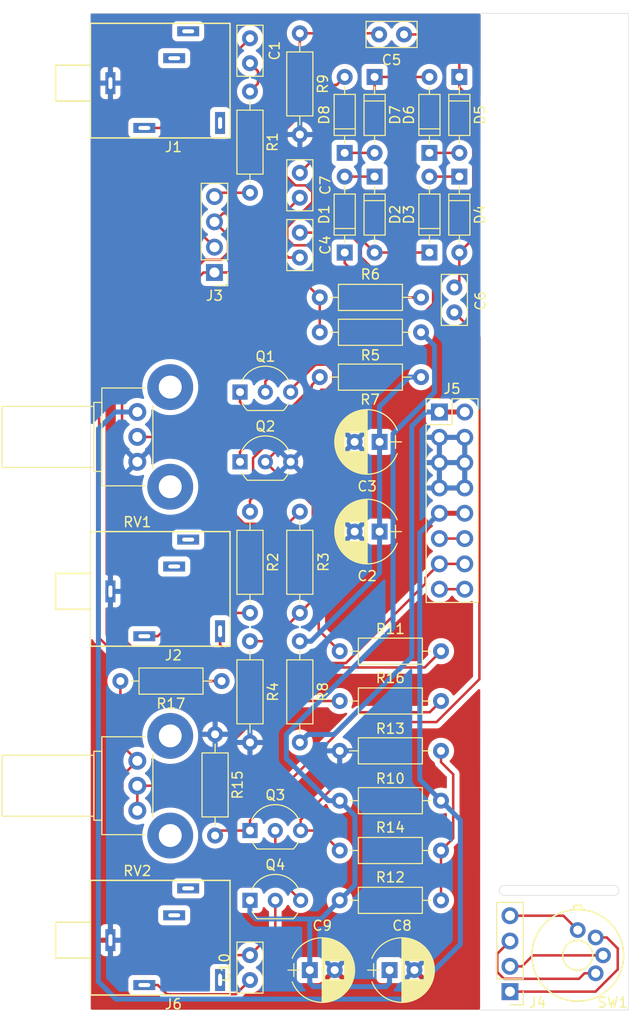
<source format=kicad_pcb>
(kicad_pcb (version 20241229) (generator "pcbnew") (generator_version "9.0")
  (layers (0 "F.Cu" signal) (2 "B.Cu" signal) (13 "F.Paste" user) (15 "B.Paste" user) (5 "F.SilkS" user "F.Silkscreen") (7 "B.SilkS" user "B.Silkscreen") (1 "F.Mask" user) (3 "B.Mask" user) (25 "Edge.Cuts" user))
  (net 0 "")
  (net 1 "Net-(C1-Pad1)")
  (net 2 "Net-(C1-Pad2)")
  (net 3 "Net-(C2-Pad1)")
  (net 4 "GND")
  (net 5 "Net-(C4-Pad1)")
  (net 6 "Net-(C4-Pad2)")
  (net 7 "Net-(C5-Pad1)")
  (net 8 "Net-(C5-Pad2)")
  (net 9 "Net-(C6-Pad1)")
  (net 10 "Net-(C7-Pad1)")
  (net 11 "Net-(C8-Pad1)")
  (net 12 "Net-(C10-Pad2)")
  (net 13 "Net-(C10-Pad1)")
  (net 14 "Net-(D1-Pad2)")
  (net 15 "Net-(D1-Pad1)")
  (net 16 "Net-(D3-Pad2)")
  (net 17 "Net-(D5-Pad2)")
  (net 18 "Net-(D7-Pad2)")
  (net 19 "Net-(D8-Pad2)")
  (net 20 "Net-(J1-Pad2)")
  (net 21 "Net-(J2-Pad2)")
  (net 22 "Net-(J2-Pad3)")
  (net 23 "Net-(J3-Pad1)")
  (net 24 "Net-(J3-Pad4)")
  (net 25 "Net-(J4-Pad4)")
  (net 26 "Net-(J4-Pad3)")
  (net 27 "Net-(J4-Pad2)")
  (net 28 "Net-(J4-Pad1)")
  (net 29 "Net-(J5-Pad15)")
  (net 30 "Net-(J5-Pad11)")
  (net 31 "Net-(J5-Pad10)")
  (net 32 "Net-(J5-Pad1)")
  (net 33 "Net-(J6-Pad2)")
  (net 34 "Net-(Q1-Pad1)")
  (net 35 "Net-(Q3-Pad2)")
  (net 36 "Net-(R3-Pad2)")
  (net 37 "Net-(R12-Pad2)")
  (net 38 "Net-(R16-Pad1)")
  (net 39 "Net-(Q1-Pad3)")
  (net 40 "Net-(Q3-Pad1)")
  (footprint "Custom_Library:Mono_Jack_3.5mm_Switch_Switchcraft_35RAPC2AH3" (layer "F.Cu") (at 0 7)
    (property "Reference" "J1" (at 8.3185 6.4135 0) (layer "F.SilkS"))
    (property "Value" "AudioJack1_Switch")
    (pad "1" thru_hole rect (at 2 0) (size 1 2.2) (drill oval 0.4 1.2) (layers "*.Cu" "*.Mask") (net 4 "GND"))
    (pad "2" thru_hole rect (at 13 4) (size 1 2.2) (drill oval 0.4 1.2) (layers "*.Cu" "*.Mask") (net 20 "Net-(J1-Pad2)"))
    (pad "3" thru_hole rect (at 5.4 4.5) (size 2.2 1) (drill oval 1.2 0.4) (layers "*.Cu" "*.Mask") (net 2 "Net-(C1-Pad2)"))
    (pad "~" thru_hole rect (at 8.4 -2.5) (size 2.2 1) (drill oval 1.2 0.4) (layers "*.Cu" "*.Mask"))
    (pad "~" thru_hole rect (at 9.8 -5.2) (size 2.2 1) (drill oval 1.2 0.4) (layers "*.Cu" "*.Mask"))
  )
  (footprint "Custom_Library:Mono_Jack_3.5mm_Switch_Switchcraft_35RAPC2AH3" (layer "F.Cu") (at 0 58)
    (property "Reference" "J2" (at 8.3185 6.4135 0) (layer "F.SilkS"))
    (property "Value" "AudioJack1_Switch")
    (pad "1" thru_hole rect (at 2 0) (size 1 2.2) (drill oval 0.4 1.2) (layers "*.Cu" "*.Mask") (net 4 "GND"))
    (pad "2" thru_hole rect (at 13 4) (size 1 2.2) (drill oval 0.4 1.2) (layers "*.Cu" "*.Mask") (net 21 "Net-(J2-Pad2)"))
    (pad "3" thru_hole rect (at 5.4 4.5) (size 2.2 1) (drill oval 1.2 0.4) (layers "*.Cu" "*.Mask") (net 22 "Net-(J2-Pad3)"))
    (pad "~" thru_hole rect (at 8.4 -2.5) (size 2.2 1) (drill oval 1.2 0.4) (layers "*.Cu" "*.Mask"))
    (pad "~" thru_hole rect (at 9.8 -5.2) (size 2.2 1) (drill oval 1.2 0.4) (layers "*.Cu" "*.Mask"))
  )
  (footprint "Pin_Headers:Pin_Header_Straight_1x04_Pitch2.54mm" (layer "F.Cu") (at 12.44 26 180)
    (property "Reference" "J3" (at 0 -2.33 0) (layer "F.SilkS"))
    (property "Value" "Conn_01x04")
    (pad "1" thru_hole rect (at 0 0 180) (size 1.7 1.7) (drill 1) (layers "*.Cu" "*.Mask") (net 23 "Net-(J3-Pad1)"))
    (pad "2" thru_hole oval (at 0 2.54 180) (size 1.7 1.7) (drill 1) (layers "*.Cu" "*.Mask") (net 8 "Net-(C5-Pad2)"))
    (pad "3" thru_hole oval (at 0 5.08 180) (size 1.7 1.7) (drill 1) (layers "*.Cu" "*.Mask") (net 6 "Net-(C4-Pad2)"))
    (pad "4" thru_hole oval (at 0 7.62 180) (size 1.7 1.7) (drill 1) (layers "*.Cu" "*.Mask") (net 24 "Net-(J3-Pad4)"))
  )
  (footprint "Pin_Headers:Pin_Header_Straight_1x04_Pitch2.54mm" (layer "F.Cu") (at 42.08018 98.16338 180)
    (property "Reference" "J4" (at -2.77114 -1.09982 0) (layer "F.SilkS"))
    (property "Value" "Conn_01x04")
    (pad "1" thru_hole rect (at 0 0 180) (size 1.7 1.7) (drill 1) (layers "*.Cu" "*.Mask") (net 28 "Net-(J4-Pad1)"))
    (pad "2" thru_hole oval (at 0 2.54 180) (size 1.7 1.7) (drill 1) (layers "*.Cu" "*.Mask") (net 27 "Net-(J4-Pad2)"))
    (pad "3" thru_hole oval (at 0 5.08 180) (size 1.7 1.7) (drill 1) (layers "*.Cu" "*.Mask") (net 26 "Net-(J4-Pad3)"))
    (pad "4" thru_hole oval (at 0 7.62 180) (size 1.7 1.7) (drill 1) (layers "*.Cu" "*.Mask") (net 25 "Net-(J4-Pad4)"))
  )
  (footprint "Pin_Headers:Pin_Header_Straight_2x08_Pitch2.54mm" (layer "F.Cu") (at 35 40)
    (property "Reference" "J5" (at 1.27 -2.33 0) (layer "F.SilkS"))
    (property "Value" "Conn_02x08_Odd_Even")
    (pad "1" thru_hole rect (at 0 0) (size 1.7 1.7) (drill 1) (layers "*.Cu" "*.Mask") (net 32 "Net-(J5-Pad1)"))
    (pad "2" thru_hole oval (at 2.54 0) (size 1.7 1.7) (drill 1) (layers "*.Cu" "*.Mask") (net 32 "Net-(J5-Pad1)"))
    (pad "3" thru_hole oval (at 0 2.54) (size 1.7 1.7) (drill 1) (layers "*.Cu" "*.Mask") (net 4 "GND"))
    (pad "4" thru_hole oval (at 2.54 2.54) (size 1.7 1.7) (drill 1) (layers "*.Cu" "*.Mask") (net 4 "GND"))
    (pad "5" thru_hole oval (at 0 5.08) (size 1.7 1.7) (drill 1) (layers "*.Cu" "*.Mask") (net 4 "GND"))
    (pad "6" thru_hole oval (at 2.54 5.08) (size 1.7 1.7) (drill 1) (layers "*.Cu" "*.Mask") (net 4 "GND"))
    (pad "7" thru_hole oval (at 0 7.62) (size 1.7 1.7) (drill 1) (layers "*.Cu" "*.Mask") (net 4 "GND"))
    (pad "8" thru_hole oval (at 2.54 7.62) (size 1.7 1.7) (drill 1) (layers "*.Cu" "*.Mask") (net 4 "GND"))
    (pad "9" thru_hole oval (at 0 10.16) (size 1.7 1.7) (drill 1) (layers "*.Cu" "*.Mask") (net 31 "Net-(J5-Pad10)"))
    (pad "10" thru_hole oval (at 2.54 10.16) (size 1.7 1.7) (drill 1) (layers "*.Cu" "*.Mask") (net 31 "Net-(J5-Pad10)"))
    (pad "11" thru_hole oval (at 0 12.7) (size 1.7 1.7) (drill 1) (layers "*.Cu" "*.Mask") (net 30 "Net-(J5-Pad11)"))
    (pad "12" thru_hole oval (at 2.54 12.7) (size 1.7 1.7) (drill 1) (layers "*.Cu" "*.Mask") (net 30 "Net-(J5-Pad11)"))
    (pad "13" thru_hole oval (at 0 15.24) (size 1.7 1.7) (drill 1) (layers "*.Cu" "*.Mask") (net 21 "Net-(J2-Pad2)"))
    (pad "14" thru_hole oval (at 2.54 15.24) (size 1.7 1.7) (drill 1) (layers "*.Cu" "*.Mask") (net 21 "Net-(J2-Pad2)"))
    (pad "15" thru_hole oval (at 0 17.78) (size 1.7 1.7) (drill 1) (layers "*.Cu" "*.Mask") (net 29 "Net-(J5-Pad15)"))
    (pad "16" thru_hole oval (at 2.54 17.78) (size 1.7 1.7) (drill 1) (layers "*.Cu" "*.Mask") (net 29 "Net-(J5-Pad15)"))
  )
  (footprint "Custom_Library:Mono_Jack_3.5mm_Switch_Switchcraft_35RAPC2AH3" (layer "F.Cu") (at 0 93)
    (property "Reference" "J6" (at 8.3185 6.4135 0) (layer "F.SilkS"))
    (property "Value" "AudioJack1_Switch")
    (pad "1" thru_hole rect (at 2 0) (size 1 2.2) (drill oval 0.4 1.2) (layers "*.Cu" "*.Mask") (net 4 "GND"))
    (pad "2" thru_hole rect (at 13 4) (size 1 2.2) (drill oval 0.4 1.2) (layers "*.Cu" "*.Mask") (net 33 "Net-(J6-Pad2)"))
    (pad "3" thru_hole rect (at 5.4 4.5) (size 2.2 1) (drill oval 1.2 0.4) (layers "*.Cu" "*.Mask") (net 13 "Net-(C10-Pad1)"))
    (pad "~" thru_hole rect (at 8.4 -2.5) (size 2.2 1) (drill oval 1.2 0.4) (layers "*.Cu" "*.Mask"))
    (pad "~" thru_hole rect (at 9.8 -5.2) (size 2.2 1) (drill oval 1.2 0.4) (layers "*.Cu" "*.Mask"))
  )
  (footprint "Potentiometers:Potentiometer_Bourns_PTV09A-2_Vertical" (layer "F.Cu") (at 4.7 40 180)
    (property "Reference" "RV1" (at 0 -11.05 0) (layer "F.SilkS"))
    (property "Value" "1K")
    (pad "0" thru_hole circle (at -3.3 -7.5 180) (size 4.6 4.6) (drill 2.3) (layers "*.Cu" "*.Mask"))
    (pad "0" thru_hole circle (at -3.3 2.5 180) (size 4.6 4.6) (drill 2.3) (layers "*.Cu" "*.Mask"))
    (pad "1" thru_hole circle (at 0 0 180) (size 1.8 1.8) (drill 1) (layers "*.Cu" "*.Mask") (net 31 "Net-(J5-Pad10)"))
    (pad "2" thru_hole circle (at 0 -2.5 180) (size 1.8 1.8) (drill 1) (layers "*.Cu" "*.Mask") (net 36 "Net-(R3-Pad2)"))
    (pad "3" thru_hole circle (at 0 -5 180) (size 1.8 1.8) (drill 1) (layers "*.Cu" "*.Mask") (net 4 "GND"))
  )
  (footprint "Potentiometers:Potentiometer_Bourns_PTV09A-2_Vertical" (layer "F.Cu") (at 4.7 75 180)
    (property "Reference" "RV2" (at 0 -11.05 0) (layer "F.SilkS"))
    (property "Value" "1K")
    (pad "0" thru_hole circle (at -3.3 -7.5 180) (size 4.6 4.6) (drill 2.3) (layers "*.Cu" "*.Mask"))
    (pad "0" thru_hole circle (at -3.3 2.5 180) (size 4.6 4.6) (drill 2.3) (layers "*.Cu" "*.Mask"))
    (pad "1" thru_hole circle (at 0 0 180) (size 1.8 1.8) (drill 1) (layers "*.Cu" "*.Mask") (net 12 "Net-(C10-Pad2)"))
    (pad "2" thru_hole circle (at 0 -2.5 180) (size 1.8 1.8) (drill 1) (layers "*.Cu" "*.Mask") (net 38 "Net-(R16-Pad1)"))
    (pad "3" thru_hole circle (at 0 -5 180) (size 1.8 1.8) (drill 1) (layers "*.Cu" "*.Mask") (net 38 "Net-(R16-Pad1)"))
  )
  (footprint "Custom_Library:MR-13-A4" (layer "F.Cu") (at 48.87722 94.52356)
    (property "Reference" "SW1" (at 3.5052 4.72948 0) (layer "F.SilkS"))
    (property "Value" "MR-13-A4")
    (pad "1" thru_hole circle (at 1.7961 -1.7961) (size 1.58 1.58) (drill 0.9) (layers "*.Cu" "*.Mask") (net 28 "Net-(J4-Pad1)"))
    (pad "2" thru_hole circle (at 2.54 0) (size 1.58 1.58) (drill 0.9) (layers "*.Cu" "*.Mask") (net 27 "Net-(J4-Pad2)"))
    (pad "3" thru_hole circle (at 1.7961 1.7961) (size 1.58 1.58) (drill 0.9) (layers "*.Cu" "*.Mask") (net 26 "Net-(J4-Pad3)"))
    (pad "C" thru_hole circle (at 0 -2.54) (size 1.58 1.58) (drill 0.9) (layers "*.Cu" "*.Mask") (net 25 "Net-(J4-Pad4)"))
  )
  (footprint "Capacitors_THT:CP_Radial_D6.3mm_P2.50mm" (layer "F.Cu") (at 29 52 180)
    (property "Reference" "C2" (at 1.25 -4.46 0) (layer "F.SilkS"))
    (property "Value" "100uF")
    (pad "1" thru_hole rect (at 0 0 180) (size 1.6 1.6) (drill 0.8) (layers "*.Cu" "*.Mask") (net 3 "Net-(C2-Pad1)"))
    (pad "2" thru_hole circle (at 2.5 0 180) (size 1.6 1.6) (drill 0.8) (layers "*.Cu" "*.Mask") (net 4 "GND"))
  )
  (footprint "Capacitors_THT:C_Disc_D5.0mm_W2.5mm_P2.50mm" (layer "F.Cu") (at 31.45282 2.11582 180)
    (property "Reference" "C5" (at 1.25 -2.56 0) (layer "F.SilkS"))
    (property "Value" "0.47uF")
    (pad "1" thru_hole circle (at 0 0 180) (size 1.6 1.6) (drill 0.8) (layers "*.Cu" "*.Mask") (net 7 "Net-(C5-Pad1)"))
    (pad "2" thru_hole circle (at 2.5 0 180) (size 1.6 1.6) (drill 0.8) (layers "*.Cu" "*.Mask") (net 8 "Net-(C5-Pad2)"))
  )
  (footprint "Capacitors_THT:C_Disc_D5.0mm_W2.5mm_P2.50mm" (layer "F.Cu") (at 36.5 30 90)
    (property "Reference" "C6" (at 1.15316 2.61112 90) (layer "F.SilkS"))
    (property "Value" "0.1uF")
    (pad "1" thru_hole circle (at 0 0 90) (size 1.6 1.6) (drill 0.8) (layers "*.Cu" "*.Mask") (net 9 "Net-(C6-Pad1)"))
    (pad "2" thru_hole circle (at 2.5 0 90) (size 1.6 1.6) (drill 0.8) (layers "*.Cu" "*.Mask") (net 7 "Net-(C5-Pad1)"))
  )
  (footprint "Capacitors_THT:C_Disc_D5.0mm_W2.5mm_P2.50mm" (layer "F.Cu") (at 21 16 -90)
    (property "Reference" "C7" (at 1.25 -2.56 90) (layer "F.SilkS"))
    (property "Value" "0.47uF")
    (pad "1" thru_hole circle (at 0 0 270) (size 1.6 1.6) (drill 0.8) (layers "*.Cu" "*.Mask") (net 10 "Net-(C7-Pad1)"))
    (pad "2" thru_hole circle (at 2.5 0 270) (size 1.6 1.6) (drill 0.8) (layers "*.Cu" "*.Mask") (net 6 "Net-(C4-Pad2)"))
  )
  (footprint "Capacitors_THT:CP_Radial_D6.3mm_P2.50mm" (layer "F.Cu") (at 30 96)
    (property "Reference" "C8" (at 1.25 -4.46 0) (layer "F.SilkS"))
    (property "Value" "100uF")
    (pad "1" thru_hole rect (at 0 0) (size 1.6 1.6) (drill 0.8) (layers "*.Cu" "*.Mask") (net 11 "Net-(C8-Pad1)"))
    (pad "2" thru_hole circle (at 2.5 0) (size 1.6 1.6) (drill 0.8) (layers "*.Cu" "*.Mask") (net 4 "GND"))
  )
  (footprint "Capacitors_THT:CP_Radial_D6.3mm_P2.50mm" (layer "F.Cu") (at 22 96)
    (property "Reference" "C9" (at 1.25 -4.46 0) (layer "F.SilkS"))
    (property "Value" "100uF")
    (pad "1" thru_hole rect (at 0 0) (size 1.6 1.6) (drill 0.8) (layers "*.Cu" "*.Mask") (net 11 "Net-(C8-Pad1)"))
    (pad "2" thru_hole circle (at 2.5 0) (size 1.6 1.6) (drill 0.8) (layers "*.Cu" "*.Mask") (net 4 "GND"))
  )
  (footprint "Capacitors_THT:C_Disc_D5.0mm_W2.5mm_P2.50mm" (layer "F.Cu") (at 16 97 90)
    (property "Reference" "C10" (at 1.25 -2.56 90) (layer "F.SilkS"))
    (property "Value" "10uF")
    (pad "1" thru_hole circle (at 0 0 90) (size 1.6 1.6) (drill 0.8) (layers "*.Cu" "*.Mask") (net 13 "Net-(C10-Pad1)"))
    (pad "2" thru_hole circle (at 2.5 0 90) (size 1.6 1.6) (drill 0.8) (layers "*.Cu" "*.Mask") (net 12 "Net-(C10-Pad2)"))
  )
  (footprint "Diodes_THT:D_DO-35_SOD27_P7.62mm_Horizontal" (layer "F.Cu") (at 28.5 16.38 -90)
    (property "Reference" "D2" (at 3.81 -2.06 90) (layer "F.SilkS"))
    (property "Value" "1N4148W")
    (pad "1" thru_hole rect (at 0 0 270) (size 1.6 1.6) (drill 0.8) (layers "*.Cu" "*.Mask") (net 14 "Net-(D1-Pad2)"))
    (pad "2" thru_hole oval (at 7.62 0 270) (size 1.6 1.6) (drill 0.8) (layers "*.Cu" "*.Mask") (net 5 "Net-(C4-Pad1)"))
  )
  (footprint "Diodes_THT:D_DO-35_SOD27_P7.62mm_Horizontal" (layer "F.Cu") (at 37 16.38 -90)
    (property "Reference" "D4" (at 3.81 -2.06 90) (layer "F.SilkS"))
    (property "Value" "1N4148W")
    (pad "1" thru_hole rect (at 0 0 270) (size 1.6 1.6) (drill 0.8) (layers "*.Cu" "*.Mask") (net 16 "Net-(D3-Pad2)"))
    (pad "2" thru_hole oval (at 7.62 0 270) (size 1.6 1.6) (drill 0.8) (layers "*.Cu" "*.Mask") (net 7 "Net-(C5-Pad1)"))
  )
  (footprint "Diodes_THT:D_DO-35_SOD27_P7.62mm_Horizontal" (layer "F.Cu") (at 37 6.38 -90)
    (property "Reference" "D5" (at 3.81 -2.06 90) (layer "F.SilkS"))
    (property "Value" "1N4148W")
    (pad "1" thru_hole rect (at 0 0 270) (size 1.6 1.6) (drill 0.8) (layers "*.Cu" "*.Mask") (net 7 "Net-(C5-Pad1)"))
    (pad "2" thru_hole oval (at 7.62 0 270) (size 1.6 1.6) (drill 0.8) (layers "*.Cu" "*.Mask") (net 17 "Net-(D5-Pad2)"))
  )
  (footprint "Diodes_THT:D_DO-35_SOD27_P7.62mm_Horizontal" (layer "F.Cu") (at 34 14 90)
    (property "Reference" "D6" (at 3.81 -2.06 90) (layer "F.SilkS"))
    (property "Value" "1N4148W")
    (pad "1" thru_hole rect (at 0 0 90) (size 1.6 1.6) (drill 0.8) (layers "*.Cu" "*.Mask") (net 17 "Net-(D5-Pad2)"))
    (pad "2" thru_hole oval (at 7.62 0 90) (size 1.6 1.6) (drill 0.8) (layers "*.Cu" "*.Mask") (net 10 "Net-(C7-Pad1)"))
  )
  (footprint "Diodes_THT:D_DO-35_SOD27_P7.62mm_Horizontal" (layer "F.Cu") (at 28.5 6.38 -90)
    (property "Reference" "D7" (at 3.81 -2.06 90) (layer "F.SilkS"))
    (property "Value" "1N4148W")
    (pad "1" thru_hole rect (at 0 0 270) (size 1.6 1.6) (drill 0.8) (layers "*.Cu" "*.Mask") (net 10 "Net-(C7-Pad1)"))
    (pad "2" thru_hole oval (at 7.62 0 270) (size 1.6 1.6) (drill 0.8) (layers "*.Cu" "*.Mask") (net 18 "Net-(D7-Pad2)"))
  )
  (footprint "TO_SOT_Packages_THT:TO-92_Inline_Wide" (layer "F.Cu") (at 15 38)
    (property "Reference" "Q1" (at 2.54 -3.56 180) (layer "F.SilkS"))
    (property "Value" "2N5172")
    (pad "1" thru_hole rect (at 0 0 90) (size 1.52 1.52) (drill 0.8) (layers "*.Cu" "*.Mask") (net 34 "Net-(Q1-Pad1)"))
    (pad "2" thru_hole circle (at 2.54 0 90) (size 1.52 1.52) (drill 0.8) (layers "*.Cu" "*.Mask") (net 15 "Net-(D1-Pad1)"))
    (pad "3" thru_hole circle (at 5.08 0 90) (size 1.52 1.52) (drill 0.8) (layers "*.Cu" "*.Mask") (net 39 "Net-(Q1-Pad3)"))
  )
  (footprint "TO_SOT_Packages_THT:TO-92_Inline_Wide" (layer "F.Cu") (at 15 45)
    (property "Reference" "Q2" (at 2.54 -3.56 180) (layer "F.SilkS"))
    (property "Value" "2N5172")
    (pad "1" thru_hole rect (at 0 0 90) (size 1.52 1.52) (drill 0.8) (layers "*.Cu" "*.Mask") (net 34 "Net-(Q1-Pad1)"))
    (pad "2" thru_hole circle (at 2.54 0 90) (size 1.52 1.52) (drill 0.8) (layers "*.Cu" "*.Mask") (net 19 "Net-(D8-Pad2)"))
    (pad "3" thru_hole circle (at 5.08 0 90) (size 1.52 1.52) (drill 0.8) (layers "*.Cu" "*.Mask") (net 4 "GND"))
  )
  (footprint "TO_SOT_Packages_THT:TO-92_Inline_Wide" (layer "F.Cu") (at 16 82)
    (property "Reference" "Q3" (at 2.54 -3.56 180) (layer "F.SilkS"))
    (property "Value" "2N5172")
    (pad "1" thru_hole rect (at 0 0 90) (size 1.52 1.52) (drill 0.8) (layers "*.Cu" "*.Mask") (net 40 "Net-(Q3-Pad1)"))
    (pad "2" thru_hole circle (at 2.54 0 90) (size 1.52 1.52) (drill 0.8) (layers "*.Cu" "*.Mask") (net 35 "Net-(Q3-Pad2)"))
    (pad "3" thru_hole circle (at 5.08 0 90) (size 1.52 1.52) (drill 0.8) (layers "*.Cu" "*.Mask") (net 9 "Net-(C6-Pad1)"))
  )
  (footprint "TO_SOT_Packages_THT:TO-92_Inline_Wide" (layer "F.Cu") (at 16 89)
    (property "Reference" "Q4" (at 2.54 -3.56 180) (layer "F.SilkS"))
    (property "Value" "2N5172")
    (pad "1" thru_hole rect (at 0 0 90) (size 1.52 1.52) (drill 0.8) (layers "*.Cu" "*.Mask") (net 11 "Net-(C8-Pad1)"))
    (pad "2" thru_hole circle (at 2.54 0 90) (size 1.52 1.52) (drill 0.8) (layers "*.Cu" "*.Mask") (net 12 "Net-(C10-Pad2)"))
    (pad "3" thru_hole circle (at 5.08 0 90) (size 1.52 1.52) (drill 0.8) (layers "*.Cu" "*.Mask") (net 35 "Net-(Q3-Pad2)"))
  )
  (footprint "Resistors_THT:R_Axial_DIN0207_L6.3mm_D2.5mm_P10.16mm_Horizontal" (layer "F.Cu") (at 16 18 90)
    (property "Reference" "R1" (at 5.08508 2.26568 90) (layer "F.SilkS"))
    (property "Value" "47K")
    (pad "1" thru_hole circle (at 0 0 90) (size 1.6 1.6) (drill 0.8) (layers "*.Cu" "*.Mask") (net 24 "Net-(J3-Pad4)"))
    (pad "2" thru_hole oval (at 10.16 0 90) (size 1.6 1.6) (drill 0.8) (layers "*.Cu" "*.Mask") (net 1 "Net-(C1-Pad1)"))
  )
  (footprint "Resistors_THT:R_Axial_DIN0207_L6.3mm_D2.5mm_P10.16mm_Horizontal" (layer "F.Cu") (at 16 50 -90)
    (property "Reference" "R2" (at 5.08 -2.31 90) (layer "F.SilkS"))
    (property "Value" "47K")
    (pad "1" thru_hole circle (at 0 0 270) (size 1.6 1.6) (drill 0.8) (layers "*.Cu" "*.Mask") (net 39 "Net-(Q1-Pad3)"))
    (pad "2" thru_hole oval (at 10.16 0 270) (size 1.6 1.6) (drill 0.8) (layers "*.Cu" "*.Mask") (net 22 "Net-(J2-Pad3)"))
  )
  (footprint "Resistors_THT:R_Axial_DIN0207_L6.3mm_D2.5mm_P10.16mm_Horizontal" (layer "F.Cu") (at 21 60.16 90)
    (property "Reference" "R3" (at 5.10032 2.36982 90) (layer "F.SilkS"))
    (property "Value" "47K")
    (pad "1" thru_hole circle (at 0 0 90) (size 1.6 1.6) (drill 0.8) (layers "*.Cu" "*.Mask") (net 39 "Net-(Q1-Pad3)"))
    (pad "2" thru_hole oval (at 10.16 0 90) (size 1.6 1.6) (drill 0.8) (layers "*.Cu" "*.Mask") (net 36 "Net-(R3-Pad2)"))
  )
  (footprint "Resistors_THT:R_Axial_DIN0207_L6.3mm_D2.5mm_P10.16mm_Horizontal" (layer "F.Cu") (at 16 63 -90)
    (property "Reference" "R4" (at 5.08 -2.31 90) (layer "F.SilkS"))
    (property "Value" "1K")
    (pad "1" thru_hole circle (at 0 0 270) (size 1.6 1.6) (drill 0.8) (layers "*.Cu" "*.Mask") (net 39 "Net-(Q1-Pad3)"))
    (pad "2" thru_hole oval (at 10.16 0 270) (size 1.6 1.6) (drill 0.8) (layers "*.Cu" "*.Mask") (net 4 "GND"))
  )
  (footprint "Resistors_THT:R_Axial_DIN0207_L6.3mm_D2.5mm_P10.16mm_Horizontal" (layer "F.Cu") (at 33.16 32 180)
    (property "Reference" "R5" (at 5.08 -2.31 0) (layer "F.SilkS"))
    (property "Value" "1K")
    (pad "1" thru_hole circle (at 0 0 180) (size 1.6 1.6) (drill 0.8) (layers "*.Cu" "*.Mask") (net 11 "Net-(C8-Pad1)"))
    (pad "2" thru_hole oval (at 10.16 0 180) (size 1.6 1.6) (drill 0.8) (layers "*.Cu" "*.Mask") (net 23 "Net-(J3-Pad1)"))
  )
  (footprint "Resistors_THT:R_Axial_DIN0207_L6.3mm_D2.5mm_P10.16mm_Horizontal" (layer "F.Cu") (at 23 28.5)
    (property "Reference" "R6" (at 5.08 -2.31 0) (layer "F.SilkS"))
    (property "Value" "2K")
    (pad "1" thru_hole circle (at 0 0) (size 1.6 1.6) (drill 0.8) (layers "*.Cu" "*.Mask") (net 23 "Net-(J3-Pad1)"))
    (pad "2" thru_hole oval (at 10.16 0) (size 1.6 1.6) (drill 0.8) (layers "*.Cu" "*.Mask") (net 15 "Net-(D1-Pad1)"))
  )
  (footprint "Resistors_THT:R_Axial_DIN0207_L6.3mm_D2.5mm_P10.16mm_Horizontal" (layer "F.Cu") (at 23 36.5)
    (property "Reference" "R7" (at 5.04698 2.2604 0) (layer "F.SilkS"))
    (property "Value" "5.6K")
    (pad "1" thru_hole circle (at 0 0) (size 1.6 1.6) (drill 0.8) (layers "*.Cu" "*.Mask") (net 34 "Net-(Q1-Pad1)"))
    (pad "2" thru_hole oval (at 10.16 0) (size 1.6 1.6) (drill 0.8) (layers "*.Cu" "*.Mask") (net 3 "Net-(C2-Pad1)"))
  )
  (footprint "Resistors_THT:R_Axial_DIN0207_L6.3mm_D2.5mm_P10.16mm_Horizontal" (layer "F.Cu") (at 21 73.16 90)
    (property "Reference" "R8" (at 5.08 2.3045 90) (layer "F.SilkS"))
    (property "Value" "82")
    (pad "1" thru_hole circle (at 0 0 90) (size 1.6 1.6) (drill 0.8) (layers "*.Cu" "*.Mask") (net 32 "Net-(J5-Pad1)"))
    (pad "2" thru_hole oval (at 10.16 0 90) (size 1.6 1.6) (drill 0.8) (layers "*.Cu" "*.Mask") (net 3 "Net-(C2-Pad1)"))
  )
  (footprint "Resistors_THT:R_Axial_DIN0207_L6.3mm_D2.5mm_P10.16mm_Horizontal" (layer "F.Cu") (at 21 2 -90)
    (property "Reference" "R9" (at 5.08 -2.31 90) (layer "F.SilkS"))
    (property "Value" "1K")
    (pad "1" thru_hole circle (at 0 0 270) (size 1.6 1.6) (drill 0.8) (layers "*.Cu" "*.Mask") (net 8 "Net-(C5-Pad2)"))
    (pad "2" thru_hole oval (at 10.16 0 270) (size 1.6 1.6) (drill 0.8) (layers "*.Cu" "*.Mask") (net 4 "GND"))
  )
  (footprint "Resistors_THT:R_Axial_DIN0207_L6.3mm_D2.5mm_P10.16mm_Horizontal" (layer "F.Cu") (at 35.16 79 180)
    (property "Reference" "R10" (at 5.08254 2.21488 0) (layer "F.SilkS"))
    (property "Value" "360")
    (pad "1" thru_hole circle (at 0 0 180) (size 1.6 1.6) (drill 0.8) (layers "*.Cu" "*.Mask") (net 31 "Net-(J5-Pad10)"))
    (pad "2" thru_hole oval (at 10.16 0 180) (size 1.6 1.6) (drill 0.8) (layers "*.Cu" "*.Mask") (net 11 "Net-(C8-Pad1)"))
  )
  (footprint "Resistors_THT:R_Axial_DIN0207_L6.3mm_D2.5mm_P10.16mm_Horizontal" (layer "F.Cu") (at 35.16 64 180)
    (property "Reference" "R11" (at 5.08 2.23012 0) (layer "F.SilkS"))
    (property "Value" "2K")
    (pad "1" thru_hole circle (at 0 0 180) (size 1.6 1.6) (drill 0.8) (layers "*.Cu" "*.Mask") (net 23 "Net-(J3-Pad1)"))
    (pad "2" thru_hole oval (at 10.16 0 180) (size 1.6 1.6) (drill 0.8) (layers "*.Cu" "*.Mask") (net 19 "Net-(D8-Pad2)"))
  )
  (footprint "Resistors_THT:R_Axial_DIN0207_L6.3mm_D2.5mm_P10.16mm_Horizontal" (layer "F.Cu") (at 25 89)
    (property "Reference" "R12" (at 5.08 -2.31 0) (layer "F.SilkS"))
    (property "Value" "82K")
    (pad "1" thru_hole circle (at 0 0) (size 1.6 1.6) (drill 0.8) (layers "*.Cu" "*.Mask") (net 11 "Net-(C8-Pad1)"))
    (pad "2" thru_hole oval (at 10.16 0) (size 1.6 1.6) (drill 0.8) (layers "*.Cu" "*.Mask") (net 37 "Net-(R12-Pad2)"))
  )
  (footprint "Resistors_THT:R_Axial_DIN0207_L6.3mm_D2.5mm_P10.16mm_Horizontal" (layer "F.Cu") (at 35.16 74 180)
    (property "Reference" "R13" (at 5.08 2.2225 0) (layer "F.SilkS"))
    (property "Value" "1K")
    (pad "1" thru_hole circle (at 0 0 180) (size 1.6 1.6) (drill 0.8) (layers "*.Cu" "*.Mask") (net 37 "Net-(R12-Pad2)"))
    (pad "2" thru_hole oval (at 10.16 0 180) (size 1.6 1.6) (drill 0.8) (layers "*.Cu" "*.Mask") (net 4 "GND"))
  )
  (footprint "Resistors_THT:R_Axial_DIN0207_L6.3mm_D2.5mm_P10.16mm_Horizontal" (layer "F.Cu") (at 25 84)
    (property "Reference" "R14" (at 5.08 -2.31 0) (layer "F.SilkS"))
    (property "Value" "3.3M")
    (pad "1" thru_hole circle (at 0 0) (size 1.6 1.6) (drill 0.8) (layers "*.Cu" "*.Mask") (net 9 "Net-(C6-Pad1)"))
    (pad "2" thru_hole oval (at 10.16 0) (size 1.6 1.6) (drill 0.8) (layers "*.Cu" "*.Mask") (net 37 "Net-(R12-Pad2)"))
  )
  (footprint "Resistors_THT:R_Axial_DIN0207_L6.3mm_D2.5mm_P10.16mm_Horizontal" (layer "F.Cu") (at 12.5 82.5 90)
    (property "Reference" "R15" (at 5.08508 2.25044 90) (layer "F.SilkS"))
    (property "Value" "2K")
    (pad "1" thru_hole circle (at 0 0 90) (size 1.6 1.6) (drill 0.8) (layers "*.Cu" "*.Mask") (net 40 "Net-(Q3-Pad1)"))
    (pad "2" thru_hole oval (at 10.16 0 90) (size 1.6 1.6) (drill 0.8) (layers "*.Cu" "*.Mask") (net 4 "GND"))
  )
  (footprint "Resistors_THT:R_Axial_DIN0207_L6.3mm_D2.5mm_P10.16mm_Horizontal" (layer "F.Cu") (at 25 69)
    (property "Reference" "R16" (at 5.08 -2.31 0) (layer "F.SilkS"))
    (property "Value" "1.8K")
    (pad "1" thru_hole circle (at 0 0) (size 1.6 1.6) (drill 0.8) (layers "*.Cu" "*.Mask") (net 38 "Net-(R16-Pad1)"))
    (pad "2" thru_hole oval (at 10.16 0) (size 1.6 1.6) (drill 0.8) (layers "*.Cu" "*.Mask") (net 40 "Net-(Q3-Pad1)"))
  )
  (footprint "Resistors_THT:R_Axial_DIN0207_L6.3mm_D2.5mm_P10.16mm_Horizontal" (layer "F.Cu") (at 3 67)
    (property "Reference" "R17" (at 5.06984 2.2606 0) (layer "F.SilkS"))
    (property "Value" "1K")
    (pad "1" thru_hole circle (at 0 0) (size 1.6 1.6) (drill 0.8) (layers "*.Cu" "*.Mask") (net 12 "Net-(C10-Pad2)"))
    (pad "2" thru_hole oval (at 10.16 0) (size 1.6 1.6) (drill 0.8) (layers "*.Cu" "*.Mask") (net 6 "Net-(C4-Pad2)"))
  )
  (footprint "Diodes_THT:D_DO-35_SOD27_P7.62mm_Horizontal" (layer "F.Cu") (at 25.5 14 90)
    (property "Reference" "D8" (at 3.81 -2.06 90) (layer "F.SilkS"))
    (property "Value" "1N4148W")
    (pad "1" thru_hole rect (at 0 0 90) (size 1.6 1.6) (drill 0.8) (layers "*.Cu" "*.Mask") (net 18 "Net-(D7-Pad2)"))
    (pad "2" thru_hole oval (at 7.62 0 90) (size 1.6 1.6) (drill 0.8) (layers "*.Cu" "*.Mask") (net 19 "Net-(D8-Pad2)"))
  )
  (footprint "Diodes_THT:D_DO-35_SOD27_P7.62mm_Horizontal" (layer "F.Cu") (at 34 24 90)
    (property "Reference" "D3" (at 3.81 -2.06 90) (layer "F.SilkS"))
    (property "Value" "1N4148W")
    (pad "1" thru_hole rect (at 0 0 90) (size 1.6 1.6) (drill 0.8) (layers "*.Cu" "*.Mask") (net 5 "Net-(C4-Pad1)"))
    (pad "2" thru_hole oval (at 7.62 0 90) (size 1.6 1.6) (drill 0.8) (layers "*.Cu" "*.Mask") (net 16 "Net-(D3-Pad2)"))
  )
  (footprint "Diodes_THT:D_DO-35_SOD27_P7.62mm_Horizontal" (layer "F.Cu") (at 25.5 24 90)
    (property "Reference" "D1" (at 3.81 -2.06 90) (layer "F.SilkS"))
    (property "Value" "1N4148W")
    (pad "1" thru_hole rect (at 0 0 90) (size 1.6 1.6) (drill 0.8) (layers "*.Cu" "*.Mask") (net 15 "Net-(D1-Pad1)"))
    (pad "2" thru_hole oval (at 7.62 0 90) (size 1.6 1.6) (drill 0.8) (layers "*.Cu" "*.Mask") (net 14 "Net-(D1-Pad2)"))
  )
  (footprint "Capacitors_THT:C_Disc_D5.0mm_W2.5mm_P2.50mm" (layer "F.Cu") (at 16 5 90)
    (property "Reference" "C1" (at 1.25222 2.47142 90) (layer "F.SilkS"))
    (property "Value" "10uF")
    (pad "1" thru_hole circle (at 0 0 90) (size 1.6 1.6) (drill 0.8) (layers "*.Cu" "*.Mask") (net 1 "Net-(C1-Pad1)"))
    (pad "2" thru_hole circle (at 2.5 0 90) (size 1.6 1.6) (drill 0.8) (layers "*.Cu" "*.Mask") (net 2 "Net-(C1-Pad2)"))
  )
  (footprint "Capacitors_THT:C_Disc_D5.0mm_W2.5mm_P2.50mm" (layer "F.Cu") (at 21 22 -90)
    (property "Reference" "C4" (at 1.25 -2.56 90) (layer "F.SilkS"))
    (property "Value" "0.47uF")
    (pad "1" thru_hole circle (at 0 0 270) (size 1.6 1.6) (drill 0.8) (layers "*.Cu" "*.Mask") (net 5 "Net-(C4-Pad1)"))
    (pad "2" thru_hole circle (at 2.5 0 270) (size 1.6 1.6) (drill 0.8) (layers "*.Cu" "*.Mask") (net 6 "Net-(C4-Pad2)"))
  )
  (footprint "Capacitors_THT:CP_Radial_D6.3mm_P2.50mm" (layer "F.Cu") (at 29 43 180)
    (property "Reference" "C3" (at 1.25 -4.46 0) (layer "F.SilkS"))
    (property "Value" "100uF")
    (pad "1" thru_hole rect (at 0 0 180) (size 1.6 1.6) (drill 0.8) (layers "*.Cu" "*.Mask") (net 3 "Net-(C2-Pad1)"))
    (pad "2" thru_hole circle (at 2.5 0 180) (size 1.6 1.6) (drill 0.8) (layers "*.Cu" "*.Mask") (net 4 "GND"))
  )
  (gr_line (start 41.5 88.5) (end 52.5 88.5) (stroke (width 0.05)) (layer "Edge.Cuts"))
  (gr_line (start 52.5 87.5) (end 41.5 87.5) (stroke (width 0.05)) (layer "Edge.Cuts"))
  (gr_line (start 0 100) (end 54 100) (stroke (width 0.05)) (layer "Edge.Cuts"))
  (gr_arc (start 52.504363 87.500019) (mid 52.999995 88.002182) (end 52.5 88.5) (stroke (width 0.05)) (layer "Edge.Cuts"))
  (gr_arc (start 41.5 88.5) (mid 41 88) (end 41.5 87.5) (stroke (width 0.05)) (layer "Edge.Cuts"))
  (gr_line (start 54 0) (end 54 100) (stroke (width 0.05)) (layer "Edge.Cuts"))
  (gr_line (start 0 0) (end 54 0) (stroke (width 0.05)) (layer "Edge.Cuts"))
  (gr_line (start 0 0) (end 0 100) (stroke (width 0.05)) (layer "Edge.Cuts"))
  (segment (start 16.799999 5.799999) (end 16.799999 7.040001) (width 0.25) (layer "F.Cu") (net 1))
  (segment (start 16 5) (end 16.799999 5.799999) (width 0.25) (layer "F.Cu") (net 1))
  (segment (start 16.799999 7.040001) (end 16 7.84) (width 0.25) (layer "F.Cu") (net 1))
  (segment (start 5.4 11.5) (end 7 11.5) (width 0.25) (layer "F.Cu") (net 2))
  (segment (start 7 11.5) (end 16 2.5) (width 0.25) (layer "F.Cu") (net 2))
  (segment (start 33.16 36.5) (end 31.95808 36.5) (width 0.5) (layer "B.Cu") (net 3))
  (segment (start 22.13137 63) (end 29 56.13137) (width 0.5) (layer "B.Cu") (net 3))
  (segment (start 21 63) (end 22.13137 63) (width 0.5) (layer "B.Cu") (net 3))
  (segment (start 31.95808 36.5) (end 29 39.45808) (width 0.5) (layer "B.Cu") (net 3))
  (segment (start 29 43) (end 29 44.3) (width 0.5) (layer "B.Cu") (net 3))
  (segment (start 29 53.3) (end 29 52) (width 0.5) (layer "B.Cu") (net 3))
  (segment (start 29 39.45808) (end 29 43) (width 0.5) (layer "B.Cu") (net 3))
  (segment (start 29 56.13137) (end 29 53.3) (width 0.5) (layer "B.Cu") (net 3))
  (segment (start 29 44.3) (end 29 52) (width 0.5) (layer "B.Cu") (net 3))
  (segment (start 26.5 22) (end 28.5 24) (width 0.25) (layer "F.Cu") (net 5))
  (segment (start 32.95 24) (end 28.5 24) (width 0.25) (layer "F.Cu") (net 5))
  (segment (start 21 22) (end 26.5 22) (width 0.25) (layer "F.Cu") (net 5))
  (segment (start 34 24) (end 32.95 24) (width 0.25) (layer "F.Cu") (net 5))
  (segment (start 19.86863 24.5) (end 21 24.5) (width 0.25) (layer "F.Cu") (net 6))
  (segment (start 19.429999 20.070001) (end 20.200001 19.299999) (width 0.25) (layer "F.Cu") (net 6))
  (segment (start 20.200001 19.299999) (end 21 18.5) (width 0.25) (layer "F.Cu") (net 6))
  (segment (start 13.8049 24.02078) (end 13.8049 22.2849) (width 0.25) (layer "F.Cu") (net 6))
  (segment (start 12.44 20.92) (end 13.289999 20.070001) (width 0.25) (layer "F.Cu") (net 6))
  (segment (start 18.532919 20.070001) (end 18.532919 23.164289) (width 0.25) (layer "F.Cu") (net 6))
  (segment (start 13.289999 21.769999) (end 12.44 20.92) (width 0.25) (layer "F.Cu") (net 6))
  (segment (start 18.532919 23.164289) (end 19.86863 24.5) (width 0.25) (layer "F.Cu") (net 6))
  (segment (start 0.87122 62.67196) (end 0.87122 35.283778) (width 0.25) (layer "F.Cu") (net 6))
  (segment (start 0.87122 35.283778) (end 11.428098 24.7269) (width 0.25) (layer "F.Cu") (net 6))
  (segment (start 11.428098 24.7269) (end 13.09878 24.7269) (width 0.25) (layer "F.Cu") (net 6))
  (segment (start 13.8049 22.2849) (end 13.289999 21.769999) (width 0.25) (layer "F.Cu") (net 6))
  (segment (start 13.09878 24.7269) (end 13.8049 24.02078) (width 0.25) (layer "F.Cu") (net 6))
  (segment (start 5.19926 67) (end 0.87122 62.67196) (width 0.25) (layer "F.Cu") (net 6))
  (segment (start 13.289999 20.070001) (end 18.532919 20.070001) (width 0.25) (layer "F.Cu") (net 6))
  (segment (start 13.16 67) (end 5.19926 67) (width 0.25) (layer "F.Cu") (net 6))
  (segment (start 18.532919 20.070001) (end 19.429999 20.070001) (width 0.25) (layer "F.Cu") (net 6))
  (segment (start 37 24) (end 37 27) (width 0.25) (layer "F.Cu") (net 7))
  (segment (start 38.39718 22.60282) (end 37.799999 23.200001) (width 0.25) (layer "F.Cu") (net 7))
  (segment (start 34.67354 2.11582) (end 37 4.44228) (width 0.25) (layer "F.Cu") (net 7))
  (segment (start 37.799999 23.200001) (end 37 24) (width 0.25) (layer "F.Cu") (net 7))
  (segment (start 37 6.38) (end 37 7.43) (width 0.25) (layer "F.Cu") (net 7))
  (segment (start 31.45282 2.11582) (end 34.67354 2.11582) (width 0.25) (layer "F.Cu") (net 7))
  (segment (start 37 27) (end 36.5 27.5) (width 0.25) (layer "F.Cu") (net 7))
  (segment (start 37 7.43) (end 38.39718 8.82718) (width 0.25) (layer "F.Cu") (net 7))
  (segment (start 38.39718 8.82718) (end 38.39718 22.60282) (width 0.25) (layer "F.Cu") (net 7))
  (segment (start 37 4.44228) (end 37 6.38) (width 0.25) (layer "F.Cu") (net 7))
  (segment (start 21 2) (end 28.837 2) (width 0.25) (layer "F.Cu") (net 8))
  (segment (start 12.44 23.46) (end 10.95756 21.97756) (width 0.25) (layer "F.Cu") (net 8))
  (segment (start 21 5.6446) (end 21 2) (width 0.25) (layer "F.Cu") (net 8))
  (segment (start 28.837 2) (end 28.95282 2.11582) (width 0.25) (layer "F.Cu") (net 8))
  (segment (start 10.95756 15.68704) (end 21 5.6446) (width 0.25) (layer "F.Cu") (net 8))
  (segment (start 10.95756 21.97756) (end 10.95756 15.68704) (width 0.25) (layer "F.Cu") (net 8))
  (segment (start 30.890278 71.11492) (end 34.710082 71.11492) (width 0.25) (layer "F.Cu") (net 9))
  (segment (start 23 82) (end 21.08 82) (width 0.25) (layer "F.Cu") (net 9))
  (segment (start 39.00932 66.815682) (end 39.00932 32.50932) (width 0.25) (layer "F.Cu") (net 9))
  (segment (start 25 84) (end 23 82) (width 0.25) (layer "F.Cu") (net 9))
  (segment (start 21.08 80.925198) (end 30.890278 71.11492) (width 0.25) (layer "F.Cu") (net 9))
  (segment (start 34.710082 71.11492) (end 39.00932 66.815682) (width 0.25) (layer "F.Cu") (net 9))
  (segment (start 39.00932 32.50932) (end 36.5 30) (width 0.25) (layer "F.Cu") (net 9))
  (segment (start 21.08 82) (end 21.08 80.925198) (width 0.25) (layer "F.Cu") (net 9))
  (segment (start 34 6.38) (end 28.5 6.38) (width 0.25) (layer "F.Cu") (net 10))
  (segment (start 21 16) (end 28.5 8.5) (width 0.25) (layer "F.Cu") (net 10))
  (segment (start 28.5 8.5) (end 28.5 6.38) (width 0.25) (layer "F.Cu") (net 10))
  (segment (start 19.649999 74.781369) (end 23.86863 79) (width 0.5) (layer "B.Cu") (net 11))
  (segment (start 19.649999 72.351999) (end 19.649999 74.781369) (width 0.5) (layer "B.Cu") (net 11))
  (segment (start 29.637 97.663) (end 30 97.3) (width 0.5) (layer "B.Cu") (net 11))
  (segment (start 30.350001 42.168615) (end 30.350001 61.651997) (width 0.5) (layer "B.Cu") (net 11))
  (segment (start 22 96) (end 22 97.3) (width 0.5) (layer "B.Cu") (net 11))
  (segment (start 30.350001 61.651997) (end 19.649999 72.351999) (width 0.5) (layer "B.Cu") (net 11))
  (segment (start 22 97.3) (end 22.363 97.663) (width 0.5) (layer "B.Cu") (net 11))
  (segment (start 34.510001 38.008615) (end 30.350001 42.168615) (width 0.5) (layer "B.Cu") (net 11))
  (segment (start 25.799999 79.799999) (end 25 79) (width 0.5) (layer "B.Cu") (net 11))
  (segment (start 21.91512 90.87104) (end 22 90.95592) (width 0.5) (layer "B.Cu") (net 11))
  (segment (start 23.86863 79) (end 25 79) (width 0.5) (layer "B.Cu") (net 11))
  (segment (start 21.91512 90.87104) (end 23.12896 90.87104) (width 0.5) (layer "B.Cu") (net 11))
  (segment (start 26.52522 80.52522) (end 25.799999 79.799999) (width 0.5) (layer "B.Cu") (net 11))
  (segment (start 16.61104 90.87104) (end 21.91512 90.87104) (width 0.5) (layer "B.Cu") (net 11))
  (segment (start 25 89) (end 26.52522 87.47478) (width 0.5) (layer "B.Cu") (net 11))
  (segment (start 33.16 32) (end 34.510001 33.350001) (width 0.5) (layer "B.Cu") (net 11))
  (segment (start 22 90.95592) (end 22 96) (width 0.5) (layer "B.Cu") (net 11))
  (segment (start 34.510001 33.350001) (end 34.510001 38.008615) (width 0.5) (layer "B.Cu") (net 11))
  (segment (start 26.52522 87.47478) (end 26.52522 80.52522) (width 0.5) (layer "B.Cu") (net 11))
  (segment (start 30 97.3) (end 30 96) (width 0.5) (layer "B.Cu") (net 11))
  (segment (start 23.12896 90.87104) (end 25 89) (width 0.5) (layer "B.Cu") (net 11))
  (segment (start 22.363 97.663) (end 29.637 97.663) (width 0.5) (layer "B.Cu") (net 11))
  (segment (start 16 89) (end 16 90.26) (width 0.5) (layer "B.Cu") (net 11))
  (segment (start 16 90.26) (end 16.61104 90.87104) (width 0.5) (layer "B.Cu") (net 11))
  (segment (start 3.20548 89.32164) (end 8.38384 94.5) (width 0.25) (layer "F.Cu") (net 12))
  (segment (start 3 73.3) (end 4.7 75) (width 0.25) (layer "F.Cu") (net 12))
  (segment (start 4.7 75) (end 3.20548 76.49452) (width 0.25) (layer "F.Cu") (net 12))
  (segment (start 3 67) (end 3 73.3) (width 0.25) (layer "F.Cu") (net 12))
  (segment (start 18.54 91.96) (end 18.54 89) (width 0.25) (layer "F.Cu") (net 12))
  (segment (start 3.20548 76.49452) (end 3.20548 89.32164) (width 0.25) (layer "F.Cu") (net 12))
  (segment (start 16 94.5) (end 18.54 91.96) (width 0.25) (layer "F.Cu") (net 12))
  (segment (start 8.38384 94.5) (end 16 94.5) (width 0.25) (layer "F.Cu") (net 12))
  (segment (start 14.574999 98.425001) (end 15.200001 97.799999) (width 0.25) (layer "F.Cu") (net 13))
  (segment (start 15.200001 97.799999) (end 16 97) (width 0.25) (layer "F.Cu") (net 13))
  (segment (start 6.75 97.5) (end 7.675001 98.425001) (width 0.25) (layer "F.Cu") (net 13))
  (segment (start 5.4 97.5) (end 6.75 97.5) (width 0.25) (layer "F.Cu") (net 13))
  (segment (start 7.675001 98.425001) (end 14.574999 98.425001) (width 0.25) (layer "F.Cu") (net 13))
  (segment (start 25.5 16.38) (end 26.63137 16.38) (width 0.25) (layer "F.Cu") (net 14))
  (segment (start 26.63137 16.38) (end 28.5 16.38) (width 0.25) (layer "F.Cu") (net 14))
  (segment (start 17.54 38) (end 17.54 36.925198) (width 0.25) (layer "F.Cu") (net 15))
  (segment (start 24.17572 34.01568) (end 28.95 29.2414) (width 0.25) (layer "F.Cu") (net 15))
  (segment (start 28.95 28.5) (end 25.5 25.05) (width 0.25) (layer "F.Cu") (net 15))
  (segment (start 17.54 36.925198) (end 20.449518 34.01568) (width 0.25) (layer "F.Cu") (net 15))
  (segment (start 25.5 25.05) (end 25.5 24) (width 0.25) (layer "F.Cu") (net 15))
  (segment (start 33.16 28.5) (end 28.95 28.5) (width 0.25) (layer "F.Cu") (net 15))
  (segment (start 28.95 29.2414) (end 28.95 28.5) (width 0.25) (layer "F.Cu") (net 15))
  (segment (start 20.449518 34.01568) (end 24.17572 34.01568) (width 0.25) (layer "F.Cu") (net 15))
  (segment (start 34 16.38) (end 35.13137 16.38) (width 0.25) (layer "F.Cu") (net 16))
  (segment (start 35.13137 16.38) (end 37 16.38) (width 0.25) (layer "F.Cu") (net 16))
  (segment (start 37 14) (end 35.86863 14) (width 0.25) (layer "F.Cu") (net 17))
  (segment (start 35.86863 14) (end 34 14) (width 0.25) (layer "F.Cu") (net 17))
  (segment (start 25.5 14) (end 28.5 14) (width 0.25) (layer "F.Cu") (net 18))
  (segment (start 34.3662 27.69616) (end 34.3662 29.13634) (width 0.25) (layer "F.Cu") (net 19))
  (segment (start 19.7358 21.45538) (end 19.7358 22.6508) (width 0.25) (layer "F.Cu") (net 19))
  (segment (start 22.89556 61.89556) (end 25 64) (width 0.25) (layer "F.Cu") (net 19))
  (segment (start 19.55751 47.01751) (end 20.564821 47.017511) (width 0.25) (layer "F.Cu") (net 19))
  (segment (start 25.5 6.38) (end 24.700001 7.179999) (width 0.25) (layer "F.Cu") (net 19))
  (segment (start 27.12212 23.2918) (end 27.12212 24.44496) (width 0.25) (layer "F.Cu") (net 19))
  (segment (start 22.25294 18.93824) (end 19.7358 21.45538) (width 0.25) (layer "F.Cu") (net 19))
  (segment (start 20.5486 17.2593) (end 21.59 17.2593) (width 0.25) (layer "F.Cu") (net 19))
  (segment (start 34.3662 29.13634) (end 33.45434 30.0482) (width 0.25) (layer "F.Cu") (net 19))
  (segment (start 24.074701 7.179999) (end 19.65198 11.60272) (width 0.25) (layer "F.Cu") (net 19))
  (segment (start 20.564821 47.017511) (end 22.89556 49.34825) (width 0.25) (layer "F.Cu") (net 19))
  (segment (start 20.35902 23.27402) (end 23.12162 23.27402) (width 0.25) (layer "F.Cu") (net 19))
  (segment (start 32.907882 26.237842) (end 34.3662 27.69616) (width 0.25) (layer "F.Cu") (net 19))
  (segment (start 23.12162 23.27402) (end 23.89378 22.50186) (width 0.25) (layer "F.Cu") (net 19))
  (segment (start 32.4918 30.0482) (end 17.54 45) (width 0.25) (layer "F.Cu") (net 19))
  (segment (start 28.915002 26.237842) (end 32.907882 26.237842) (width 0.25) (layer "F.Cu") (net 19))
  (segment (start 21.59 17.2593) (end 22.25294 17.92224) (width 0.25) (layer "F.Cu") (net 19))
  (segment (start 19.65198 16.36268) (end 20.5486 17.2593) (width 0.25) (layer "F.Cu") (net 19))
  (segment (start 26.33218 22.50186) (end 27.12212 23.2918) (width 0.25) (layer "F.Cu") (net 19))
  (segment (start 22.25294 17.92224) (end 22.25294 18.93824) (width 0.25) (layer "F.Cu") (net 19))
  (segment (start 17.54 45) (end 19.55751 47.01751) (width 0.25) (layer "F.Cu") (net 19))
  (segment (start 23.89378 22.50186) (end 26.33218 22.50186) (width 0.25) (layer "F.Cu") (net 19))
  (segment (start 24.700001 7.179999) (end 24.074701 7.179999) (width 0.25) (layer "F.Cu") (net 19))
  (segment (start 33.45434 30.0482) (end 32.4918 30.0482) (width 0.25) (layer "F.Cu") (net 19))
  (segment (start 19.65198 11.60272) (end 19.65198 16.36268) (width 0.25) (layer "F.Cu") (net 19))
  (segment (start 27.12212 24.44496) (end 28.915002 26.237842) (width 0.25) (layer "F.Cu") (net 19))
  (segment (start 19.7358 22.6508) (end 20.35902 23.27402) (width 0.25) (layer "F.Cu") (net 19))
  (segment (start 22.89556 49.34825) (end 22.89556 61.89556) (width 0.25) (layer "F.Cu") (net 19))
  (segment (start 14.83402 65.18402) (end 25.63622 65.18402) (width 0.25) (layer "F.Cu") (net 21))
  (segment (start 13 62) (end 13 63.35) (width 0.25) (layer "F.Cu") (net 21))
  (segment (start 36.202081 55.24) (end 37.54 55.24) (width 0.25) (layer "F.Cu") (net 21))
  (segment (start 35 55.24) (end 36.202081 55.24) (width 0.25) (layer "F.Cu") (net 21))
  (segment (start 13 63.35) (end 14.83402 65.18402) (width 0.25) (layer "F.Cu") (net 21))
  (segment (start 33.61182 56.62818) (end 35 55.24) (width 0.25) (layer "F.Cu") (net 21))
  (segment (start 25.63622 65.18402) (end 33.61182 57.20842) (width 0.25) (layer "F.Cu") (net 21))
  (segment (start 33.61182 57.20842) (end 33.61182 56.62818) (width 0.25) (layer "F.Cu") (net 21))
  (segment (start 9.09 60.16) (end 14.86863 60.16) (width 0.25) (layer "F.Cu") (net 22))
  (segment (start 6.75 62.5) (end 9.09 60.16) (width 0.25) (layer "F.Cu") (net 22))
  (segment (start 5.4 62.5) (end 6.75 62.5) (width 0.25) (layer "F.Cu") (net 22))
  (segment (start 14.86863 60.16) (end 16 60.16) (width 0.25) (layer "F.Cu") (net 22))
  (segment (start 6.20311 65.63403) (end 3.16992 62.60084) (width 0.25) (layer "F.Cu") (net 23))
  (segment (start 23 28.5) (end 23 29.63137) (width 0.25) (layer "F.Cu") (net 23))
  (segment (start 33.52597 65.63403) (end 6.20311 65.63403) (width 0.25) (layer "F.Cu") (net 23))
  (segment (start 23 29.63137) (end 23 32) (width 0.25) (layer "F.Cu") (net 23))
  (segment (start 11.34 26) (end 12.44 26) (width 0.25) (layer "F.Cu") (net 23))
  (segment (start 20.5 26) (end 23 28.5) (width 0.25) (layer "F.Cu") (net 23))
  (segment (start 3.16992 62.60084) (end 3.16992 34.17008) (width 0.25) (layer "F.Cu") (net 23))
  (segment (start 3.16992 34.17008) (end 11.34 26) (width 0.25) (layer "F.Cu") (net 23))
  (segment (start 35.16 64) (end 33.52597 65.63403) (width 0.25) (layer "F.Cu") (net 23))
  (segment (start 12.44 26) (end 20.5 26) (width 0.25) (layer "F.Cu") (net 23))
  (segment (start 12.82 18) (end 12.44 18.38) (width 0.25) (layer "F.Cu") (net 24))
  (segment (start 16 18) (end 12.82 18) (width 0.25) (layer "F.Cu") (net 24))
  (segment (start 42.08018 90.54338) (end 47.43704 90.54338) (width 0.25) (layer "F.Cu") (net 25))
  (segment (start 47.43704 90.54338) (end 48.87722 91.98356) (width 0.25) (layer "F.Cu") (net 25))
  (segment (start 40.80256 96.19996) (end 41.4782 96.8756) (width 0.25) (layer "F.Cu") (net 26))
  (segment (start 41.4782 96.8756) (end 49.000152 96.8756) (width 0.25) (layer "F.Cu") (net 26))
  (segment (start 49.000152 96.8756) (end 49.556092 96.31966) (width 0.25) (layer "F.Cu") (net 26))
  (segment (start 42.08018 93.08338) (end 40.80256 94.361) (width 0.25) (layer "F.Cu") (net 26))
  (segment (start 49.556092 96.31966) (end 50.67332 96.31966) (width 0.25) (layer "F.Cu") (net 26))
  (segment (start 40.80256 94.361) (end 40.80256 96.19996) (width 0.25) (layer "F.Cu") (net 26))
  (segment (start 42.08018 95.62338) (end 43.282261 95.62338) (width 0.25) (layer "F.Cu") (net 27))
  (segment (start 43.282261 95.62338) (end 44.382081 94.52356) (width 0.25) (layer "F.Cu") (net 27))
  (segment (start 44.382081 94.52356) (end 50.299992 94.52356) (width 0.25) (layer "F.Cu") (net 27))
  (segment (start 50.299992 94.52356) (end 51.41722 94.52356) (width 0.25) (layer "F.Cu") (net 27))
  (segment (start 51.790548 92.72746) (end 50.67332 92.72746) (width 0.25) (layer "F.Cu") (net 28))
  (segment (start 50.6603 98.16338) (end 52.89042 95.93326) (width 0.25) (layer "F.Cu") (net 28))
  (segment (start 42.08018 98.16338) (end 50.6603 98.16338) (width 0.25) (layer "F.Cu") (net 28))
  (segment (start 52.89042 93.827332) (end 51.790548 92.72746) (width 0.25) (layer "F.Cu") (net 28))
  (segment (start 52.89042 95.93326) (end 52.89042 93.827332) (width 0.25) (layer "F.Cu") (net 28))
  (segment (start 36.337919 57.78) (end 35 57.78) (width 0.25) (layer "F.Cu") (net 29))
  (segment (start 37.54 57.78) (end 36.337919 57.78) (width 0.25) (layer "F.Cu") (net 29))
  (segment (start 36.337919 52.7) (end 35 52.7) (width 0.25) (layer "F.Cu") (net 30))
  (segment (start 37.54 52.7) (end 36.337919 52.7) (width 0.25) (layer "F.Cu") (net 30))
  (segment (start 35 50.16) (end 37.54 50.16) (width 0.5) (layer "F.Cu") (net 31))
  (segment (start 0.79756 97.14992) (end 2.55778 98.91014) (width 0.5) (layer "B.Cu") (net 31))
  (segment (start 33.03524 76.87524) (end 33.03524 52.12476) (width 0.5) (layer "B.Cu") (net 31))
  (segment (start 4.7 40) (end 2.4942 40) (width 0.5) (layer "B.Cu") (net 31))
  (segment (start 31.587862 98.91014) (end 37.09924 93.398762) (width 0.5) (layer "B.Cu") (net 31))
  (segment (start 2.55778 98.91014) (end 31.587862 98.91014) (width 0.5) (layer "B.Cu") (net 31))
  (segment (start 33.03524 52.12476) (end 35 50.16) (width 0.5) (layer "B.Cu") (net 31))
  (segment (start 2.4942 40) (end 0.79756 41.69664) (width 0.5) (layer "B.Cu") (net 31))
  (segment (start 35.16 79) (end 33.03524 76.87524) (width 0.5) (layer "B.Cu") (net 31))
  (segment (start 37.09924 80.93924) (end 35.959999 79.799999) (width 0.5) (layer "B.Cu") (net 31))
  (segment (start 35.959999 79.799999) (end 35.16 79) (width 0.5) (layer "B.Cu") (net 31))
  (segment (start 0.79756 41.69664) (end 0.79756 97.14992) (width 0.5) (layer "B.Cu") (net 31))
  (segment (start 37.09924 93.398762) (end 37.09924 80.93924) (width 0.5) (layer "B.Cu") (net 31))
  (segment (start 35 40) (end 37.54 40) (width 0.5) (layer "F.Cu") (net 32))
  (segment (start 24.431779 72.360001) (end 32.23523 64.55655) (width 0.5) (layer "B.Cu") (net 32))
  (segment (start 21 73.16) (end 21.799999 72.360001) (width 0.5) (layer "B.Cu") (net 32))
  (segment (start 21.799999 72.360001) (end 24.431779 72.360001) (width 0.5) (layer "B.Cu") (net 32))
  (segment (start 32.23523 64.55655) (end 32.23523 41.41477) (width 0.5) (layer "B.Cu") (net 32))
  (segment (start 33.65 40) (end 35 40) (width 0.5) (layer "B.Cu") (net 32))
  (segment (start 32.23523 41.41477) (end 33.65 40) (width 0.5) (layer "B.Cu") (net 32))
  (segment (start 22.200001 37.299999) (end 22.200001 37.485801) (width 0.25) (layer "F.Cu") (net 34))
  (segment (start 16.6497 42.3403) (end 16.6497 39.82212) (width 0.25) (layer "F.Cu") (net 34))
  (segment (start 15 43.99) (end 16.6497 42.3403) (width 0.25) (layer "F.Cu") (net 34))
  (segment (start 15.81466 39.82466) (end 15 39.01) (width 0.25) (layer "F.Cu") (net 34))
  (segment (start 23 36.5) (end 22.200001 37.299999) (width 0.25) (layer "F.Cu") (net 34))
  (segment (start 15 45) (end 15 43.99) (width 0.25) (layer "F.Cu") (net 34))
  (segment (start 19.861142 39.82466) (end 16.6497 39.82212) (width 0.25) (layer "F.Cu") (net 34))
  (segment (start 16.6497 39.82212) (end 15.81466 39.82466) (width 0.25) (layer "F.Cu") (net 34))
  (segment (start 15 39.01) (end 15 38) (width 0.25) (layer "F.Cu") (net 34))
  (segment (start 22.200001 37.485801) (end 19.861142 39.82466) (width 0.25) (layer "F.Cu") (net 34))
  (segment (start 18.54 86.46) (end 21.08 89) (width 0.25) (layer "F.Cu") (net 35))
  (segment (start 18.54 82) (end 18.54 86.46) (width 0.25) (layer "F.Cu") (net 35))
  (segment (start 4.70436 42.50436) (end 7.5438 42.50436) (width 0.25) (layer "F.Cu") (net 36))
  (segment (start 11.93038 46.89094) (end 11.93038 47.71898) (width 0.25) (layer "F.Cu") (net 36))
  (segment (start 20.200001 50.799999) (end 21 50) (width 0.25) (layer "F.Cu") (net 36))
  (segment (start 15.4305 51.2191) (end 19.7809 51.2191) (width 0.25) (layer "F.Cu") (net 36))
  (segment (start 4.7 42.5) (end 4.70436 42.50436) (width 0.25) (layer "F.Cu") (net 36))
  (segment (start 19.7809 51.2191) (end 20.200001 50.799999) (width 0.25) (layer "F.Cu") (net 36))
  (segment (start 7.5438 42.50436) (end 11.93038 46.89094) (width 0.25) (layer "F.Cu") (net 36))
  (segment (start 11.93038 47.71898) (end 15.4305 51.2191) (width 0.25) (layer "F.Cu") (net 36))
  (segment (start 5.2 43) (end 4.7 42.5) (width 0.25) (layer "F.Cu") (net 36))
  (segment (start 36.385001 76.356371) (end 36.385001 82.774999) (width 0.25) (layer "F.Cu") (net 37))
  (segment (start 35.959999 83.200001) (end 35.16 84) (width 0.25) (layer "F.Cu") (net 37))
  (segment (start 35.16 75.13137) (end 36.385001 76.356371) (width 0.25) (layer "F.Cu") (net 37))
  (segment (start 35.16 84) (end 35.16 89) (width 0.25) (layer "F.Cu") (net 37))
  (segment (start 35.16 74) (end 35.16 75.13137) (width 0.25) (layer "F.Cu") (net 37))
  (segment (start 36.385001 82.774999) (end 35.959999 83.200001) (width 0.25) (layer "F.Cu") (net 37))
  (segment (start 4.7 77.5) (end 9.846998 77.5) (width 0.25) (layer "F.Cu") (net 38))
  (segment (start 9.846998 77.5) (end 18.346998 69) (width 0.25) (layer "F.Cu") (net 38))
  (segment (start 4.7 80) (end 4.90844 79.79156) (width 0.25) (layer "F.Cu") (net 38))
  (segment (start 4.7 78.727208) (end 4.7 77.5) (width 0.25) (layer "F.Cu") (net 38))
  (segment (start 23.86863 69) (end 25 69) (width 0.25) (layer "F.Cu") (net 38))
  (segment (start 4.7 80) (end 4.7 78.727208) (width 0.25) (layer "F.Cu") (net 38))
  (segment (start 18.346998 69) (end 23.86863 69) (width 0.25) (layer "F.Cu") (net 38))
  (segment (start 16.32712 47.46752) (end 16.30426 48.56437) (width 0.25) (layer "F.Cu") (net 39))
  (segment (start 16 63) (end 18.16 63) (width 0.25) (layer "F.Cu") (net 39))
  (segment (start 16 48.86863) (end 16 50) (width 0.25) (layer "F.Cu") (net 39))
  (segment (start 16.30426 48.56437) (end 16 48.86863) (width 0.25) (layer "F.Cu") (net 39))
  (segment (start 22.584878 35.25012) (end 23.68042 35.25012) (width 0.25) (layer "F.Cu") (net 39))
  (segment (start 23.68042 35.25012) (end 24.34844 35.91814) (width 0.25) (layer "F.Cu") (net 39))
  (segment (start 22.3012 49.3903) (end 20.37842 47.46752) (width 0.25) (layer "F.Cu") (net 39))
  (segment (start 23.6601 37.76726) (end 23.166938 37.76726) (width 0.25) (layer "F.Cu") (net 39))
  (segment (start 20.37842 47.46752) (end 16.32712 47.46752) (width 0.25) (layer "F.Cu") (net 39))
  (segment (start 24.34844 37.07892) (end 23.6601 37.76726) (width 0.25) (layer "F.Cu") (net 39))
  (segment (start 20.08 38) (end 20.08 37.754998) (width 0.25) (layer "F.Cu") (net 39))
  (segment (start 16.30426 44.629938) (end 16.32712 47.46752) (width 0.25) (layer "F.Cu") (net 39))
  (segment (start 24.34844 35.91814) (end 24.34844 37.07892) (width 0.25) (layer "F.Cu") (net 39))
  (segment (start 23.166938 37.76726) (end 16.30426 44.629938) (width 0.25) (layer "F.Cu") (net 39))
  (segment (start 20.08 37.754998) (end 22.584878 35.25012) (width 0.25) (layer "F.Cu") (net 39))
  (segment (start 22.3012 58.8588) (end 22.3012 49.3903) (width 0.25) (layer "F.Cu") (net 39))
  (segment (start 18.16 63) (end 21 60.16) (width 0.25) (layer "F.Cu") (net 39))
  (segment (start 21 60.16) (end 22.3012 58.8588) (width 0.25) (layer "F.Cu") (net 39))
  (segment (start 16 82) (end 13 82) (width 0.25) (layer "F.Cu") (net 40))
  (segment (start 16 80.99) (end 16 82) (width 0.25) (layer "F.Cu") (net 40))
  (segment (start 34.034999 70.125001) (end 26.864999 70.125001) (width 0.25) (layer "F.Cu") (net 40))
  (segment (start 26.864999 70.125001) (end 16 80.99) (width 0.25) (layer "F.Cu") (net 40))
  (segment (start 35.16 69) (end 34.034999 70.125001) (width 0.25) (layer "F.Cu") (net 40))
  (segment (start 13 82) (end 12.5 82.5) (width 0.25) (layer "F.Cu") (net 40))
  (zone (net 4) (net_name "GND") (layer "F.Cu") (connect_pads (clearance 0.508)) (min_thickness 0.254) (fill yes (thermal_gap 0.508) (thermal_bridge_width 0.508))
    (polygon (pts (xy 39.1287 0.00762) (xy 39.08044 99.97694) (xy 0.0381 100.02012) (xy 0.01016 -0.00254)))
  )
  (zone (net 4) (net_name "GND") (layer "B.Cu") (connect_pads (clearance 0.508)) (min_thickness 0.254) (fill yes (thermal_gap 0.508) (thermal_bridge_width 0.508))
    (polygon (pts (xy 39.12616 0.00762) (xy 39.08552 99.98456) (xy 0.03556 99.98202) (xy 0.01778 -0.00508)))
  )
)
</source>
